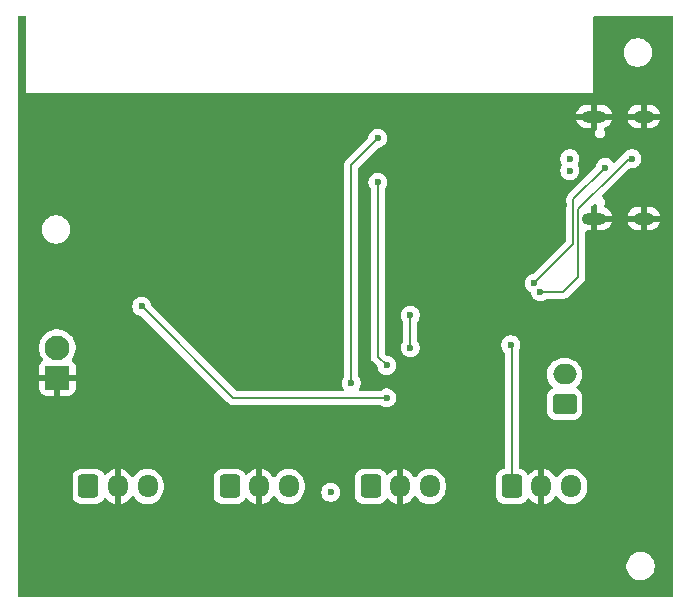
<source format=gbr>
%TF.GenerationSoftware,KiCad,Pcbnew,9.0.2*%
%TF.CreationDate,2025-06-22T20:13:16-07:00*%
%TF.ProjectId,Tesla Ambient Lighting,5465736c-6120-4416-9d62-69656e74204c,rev?*%
%TF.SameCoordinates,Original*%
%TF.FileFunction,Copper,L2,Bot*%
%TF.FilePolarity,Positive*%
%FSLAX46Y46*%
G04 Gerber Fmt 4.6, Leading zero omitted, Abs format (unit mm)*
G04 Created by KiCad (PCBNEW 9.0.2) date 2025-06-22 20:13:16*
%MOMM*%
%LPD*%
G01*
G04 APERTURE LIST*
G04 Aperture macros list*
%AMRoundRect*
0 Rectangle with rounded corners*
0 $1 Rounding radius*
0 $2 $3 $4 $5 $6 $7 $8 $9 X,Y pos of 4 corners*
0 Add a 4 corners polygon primitive as box body*
4,1,4,$2,$3,$4,$5,$6,$7,$8,$9,$2,$3,0*
0 Add four circle primitives for the rounded corners*
1,1,$1+$1,$2,$3*
1,1,$1+$1,$4,$5*
1,1,$1+$1,$6,$7*
1,1,$1+$1,$8,$9*
0 Add four rect primitives between the rounded corners*
20,1,$1+$1,$2,$3,$4,$5,0*
20,1,$1+$1,$4,$5,$6,$7,0*
20,1,$1+$1,$6,$7,$8,$9,0*
20,1,$1+$1,$8,$9,$2,$3,0*%
G04 Aperture macros list end*
%TA.AperFunction,ComponentPad*%
%ADD10RoundRect,0.250000X0.750000X-0.600000X0.750000X0.600000X-0.750000X0.600000X-0.750000X-0.600000X0*%
%TD*%
%TA.AperFunction,ComponentPad*%
%ADD11O,2.000000X1.700000*%
%TD*%
%TA.AperFunction,ComponentPad*%
%ADD12O,2.100000X1.000000*%
%TD*%
%TA.AperFunction,ComponentPad*%
%ADD13O,1.800000X1.000000*%
%TD*%
%TA.AperFunction,ComponentPad*%
%ADD14RoundRect,0.250000X-0.600000X-0.725000X0.600000X-0.725000X0.600000X0.725000X-0.600000X0.725000X0*%
%TD*%
%TA.AperFunction,ComponentPad*%
%ADD15O,1.700000X1.950000*%
%TD*%
%TA.AperFunction,ComponentPad*%
%ADD16RoundRect,0.250001X0.799999X-0.799999X0.799999X0.799999X-0.799999X0.799999X-0.799999X-0.799999X0*%
%TD*%
%TA.AperFunction,ComponentPad*%
%ADD17C,2.100000*%
%TD*%
%TA.AperFunction,HeatsinkPad*%
%ADD18C,0.600000*%
%TD*%
%TA.AperFunction,ViaPad*%
%ADD19C,0.600000*%
%TD*%
%TA.AperFunction,Conductor*%
%ADD20C,0.200000*%
%TD*%
G04 APERTURE END LIST*
D10*
%TO.P,J5,1,Pin_1*%
%TO.N,Net-(J5-Pin_1)*%
X165805000Y-111000000D03*
D11*
%TO.P,J5,2,Pin_2*%
%TO.N,Net-(J5-Pin_2)*%
X165805000Y-108500000D03*
%TD*%
D12*
%TO.P,J6,SH1,SHELL_GND*%
%TO.N,GNDREF*%
X168320000Y-95320000D03*
%TO.P,J6,SH2,SHELL_GND__1*%
X168320000Y-86680000D03*
D13*
%TO.P,J6,SH3,SHELL_GND__2*%
X172500000Y-95320000D03*
%TO.P,J6,SH4,SHELL_GND__3*%
X172500000Y-86680000D03*
%TD*%
D14*
%TO.P,J3,1,Pin_1*%
%TO.N,/V5*%
X149400000Y-118000000D03*
D15*
%TO.P,J3,2,Pin_2*%
%TO.N,GNDREF*%
X151900000Y-118000000D03*
%TO.P,J3,3,Pin_3*%
%TO.N,Net-(J3-Pin_3)*%
X154400000Y-118000000D03*
%TD*%
D14*
%TO.P,J2,1,Pin_1*%
%TO.N,/V5*%
X137450000Y-118000000D03*
D15*
%TO.P,J2,2,Pin_2*%
%TO.N,GNDREF*%
X139950000Y-118000000D03*
%TO.P,J2,3,Pin_3*%
%TO.N,Net-(J2-Pin_3)*%
X142450000Y-118000000D03*
%TD*%
D16*
%TO.P,J7,1,Pin_1*%
%TO.N,GNDREF*%
X122867500Y-108790000D03*
D17*
%TO.P,J7,2,Pin_2*%
%TO.N,/V5*%
X122867500Y-106250000D03*
%TD*%
D14*
%TO.P,J4,1,Pin_1*%
%TO.N,/V5*%
X161350000Y-118000000D03*
D15*
%TO.P,J4,2,Pin_2*%
%TO.N,GNDREF*%
X163850000Y-118000000D03*
%TO.P,J4,3,Pin_3*%
%TO.N,Net-(J4-Pin_3)*%
X166350000Y-118000000D03*
%TD*%
D14*
%TO.P,J1,1,Pin_1*%
%TO.N,/V5*%
X125500000Y-118000000D03*
D15*
%TO.P,J1,2,Pin_2*%
%TO.N,GNDREF*%
X128000000Y-118000000D03*
%TO.P,J1,3,Pin_3*%
%TO.N,Net-(J1-Pin_3)*%
X130500000Y-118000000D03*
%TD*%
D18*
%TO.P,U1,39,GND*%
%TO.N,GNDREF*%
X142050000Y-92310000D03*
X141350000Y-93010000D03*
X141350000Y-94410000D03*
X142050000Y-93710000D03*
X142050000Y-95110000D03*
X142750000Y-93010000D03*
X142750000Y-94410000D03*
X143450000Y-92310000D03*
X143450000Y-93710000D03*
X143450000Y-95110000D03*
X144150000Y-93010000D03*
X144150000Y-94410000D03*
%TD*%
D19*
%TO.N,*%
X166250000Y-91250000D03*
X146000000Y-118500000D03*
X166250000Y-90250000D03*
%TO.N,GNDREF*%
X168200000Y-104800000D03*
X165755000Y-94200000D03*
X172550000Y-104050000D03*
X159977500Y-90700000D03*
X165750000Y-87750000D03*
X130700000Y-94550000D03*
X126950000Y-102800000D03*
X155000000Y-99000000D03*
X138200000Y-105800000D03*
X126700000Y-94550000D03*
X140000000Y-105750000D03*
X138250000Y-107750000D03*
X159977500Y-87700000D03*
X150200000Y-109200000D03*
X163750000Y-98125000D03*
X154772500Y-86050000D03*
X160050000Y-107800000D03*
X126200000Y-88200000D03*
X133500000Y-86000000D03*
%TO.N,/DP*%
X163750000Y-101500000D03*
X171500000Y-90250000D03*
%TO.N,/DN*%
X169250000Y-91000000D03*
X163250000Y-100795000D03*
%TO.N,/CAN_TXD*%
X150750000Y-107750000D03*
X150000000Y-92250000D03*
%TO.N,/CAN_RXD*%
X150000000Y-88500000D03*
X147750000Y-109250000D03*
%TO.N,/V33*%
X150750000Y-110500000D03*
X130000000Y-102750000D03*
%TO.N,Net-(U1-IO0)*%
X152750000Y-106250000D03*
X152750000Y-103500000D03*
%TO.N,/V5*%
X161250000Y-106000000D03*
%TD*%
D20*
%TO.N,/DP*%
X166965882Y-94534118D02*
X166965882Y-100250000D01*
X171500000Y-90250000D02*
X171250000Y-90250000D01*
X171250000Y-90250000D02*
X170250000Y-91250000D01*
X165715882Y-101500000D02*
X166965882Y-100250000D01*
X163750000Y-101500000D02*
X165715882Y-101500000D01*
X170250000Y-91250000D02*
X166965882Y-94534118D01*
%TO.N,/DN*%
X166556000Y-93694000D02*
X169250000Y-91000000D01*
X166556000Y-97489000D02*
X166556000Y-93694000D01*
X163250000Y-100795000D02*
X166556000Y-97489000D01*
%TO.N,/CAN_TXD*%
X150000000Y-107000000D02*
X150750000Y-107750000D01*
X150000000Y-92250000D02*
X150000000Y-107000000D01*
%TO.N,/CAN_RXD*%
X147750000Y-90750000D02*
X150000000Y-88500000D01*
X147750000Y-109250000D02*
X147750000Y-90750000D01*
%TO.N,/V33*%
X137750000Y-110500000D02*
X150750000Y-110500000D01*
X130000000Y-102750000D02*
X137750000Y-110500000D01*
%TO.N,Net-(U1-IO0)*%
X152750000Y-106250000D02*
X152750000Y-103500000D01*
%TO.N,/V5*%
X161350000Y-106100000D02*
X161350000Y-118000000D01*
X161250000Y-106000000D02*
X161350000Y-106100000D01*
%TD*%
%TA.AperFunction,Conductor*%
%TO.N,GNDREF*%
G36*
X168393208Y-94058538D02*
G01*
X168449142Y-94100409D01*
X168457262Y-94112720D01*
X168479515Y-94151263D01*
X168479516Y-94151264D01*
X168479517Y-94151265D01*
X168533681Y-94205429D01*
X168567166Y-94266752D01*
X168570000Y-94293110D01*
X168570000Y-95020000D01*
X168070000Y-95020000D01*
X168070000Y-94330596D01*
X168078644Y-94301155D01*
X168085168Y-94271169D01*
X168088922Y-94266153D01*
X168089685Y-94263557D01*
X168106312Y-94242921D01*
X168262197Y-94087036D01*
X168323517Y-94053554D01*
X168393208Y-94058538D01*
G37*
%TD.AperFunction*%
%TA.AperFunction,Conductor*%
G36*
X120193039Y-78145185D02*
G01*
X120238794Y-78197989D01*
X120250000Y-78249500D01*
X120250000Y-84690000D01*
X168250000Y-84690000D01*
X168250000Y-81155513D01*
X170799500Y-81155513D01*
X170799500Y-81344486D01*
X170829059Y-81531118D01*
X170887454Y-81710836D01*
X170973240Y-81879199D01*
X171084310Y-82032073D01*
X171217927Y-82165690D01*
X171370801Y-82276760D01*
X171450347Y-82317290D01*
X171539163Y-82362545D01*
X171539165Y-82362545D01*
X171539168Y-82362547D01*
X171635497Y-82393846D01*
X171718881Y-82420940D01*
X171905514Y-82450500D01*
X171905519Y-82450500D01*
X172094486Y-82450500D01*
X172281118Y-82420940D01*
X172460832Y-82362547D01*
X172629199Y-82276760D01*
X172782073Y-82165690D01*
X172915690Y-82032073D01*
X173026760Y-81879199D01*
X173112547Y-81710832D01*
X173170940Y-81531118D01*
X173200500Y-81344486D01*
X173200500Y-81155513D01*
X173170940Y-80968881D01*
X173112545Y-80789163D01*
X173026759Y-80620800D01*
X172915690Y-80467927D01*
X172782073Y-80334310D01*
X172629199Y-80223240D01*
X172460836Y-80137454D01*
X172281118Y-80079059D01*
X172094486Y-80049500D01*
X172094481Y-80049500D01*
X171905519Y-80049500D01*
X171905514Y-80049500D01*
X171718881Y-80079059D01*
X171539163Y-80137454D01*
X171370800Y-80223240D01*
X171283579Y-80286610D01*
X171217927Y-80334310D01*
X171217925Y-80334312D01*
X171217924Y-80334312D01*
X171084312Y-80467924D01*
X171084312Y-80467925D01*
X171084310Y-80467927D01*
X171036610Y-80533579D01*
X170973240Y-80620800D01*
X170887454Y-80789163D01*
X170829059Y-80968881D01*
X170799500Y-81155513D01*
X168250000Y-81155513D01*
X168250000Y-78249500D01*
X168269685Y-78182461D01*
X168322489Y-78136706D01*
X168374000Y-78125500D01*
X174875500Y-78125500D01*
X174942539Y-78145185D01*
X174988294Y-78197989D01*
X174999500Y-78249500D01*
X174999500Y-127250500D01*
X174979815Y-127317539D01*
X174927011Y-127363294D01*
X174875500Y-127374500D01*
X119624500Y-127374500D01*
X119557461Y-127354815D01*
X119511706Y-127302011D01*
X119500500Y-127250500D01*
X119500500Y-124655513D01*
X171049500Y-124655513D01*
X171049500Y-124844486D01*
X171079059Y-125031118D01*
X171137454Y-125210836D01*
X171223240Y-125379199D01*
X171334310Y-125532073D01*
X171467927Y-125665690D01*
X171620801Y-125776760D01*
X171700347Y-125817290D01*
X171789163Y-125862545D01*
X171789165Y-125862545D01*
X171789168Y-125862547D01*
X171885497Y-125893846D01*
X171968881Y-125920940D01*
X172155514Y-125950500D01*
X172155519Y-125950500D01*
X172344486Y-125950500D01*
X172531118Y-125920940D01*
X172710832Y-125862547D01*
X172879199Y-125776760D01*
X173032073Y-125665690D01*
X173165690Y-125532073D01*
X173276760Y-125379199D01*
X173362547Y-125210832D01*
X173420940Y-125031118D01*
X173450500Y-124844486D01*
X173450500Y-124655513D01*
X173420940Y-124468881D01*
X173362545Y-124289163D01*
X173276759Y-124120800D01*
X173165690Y-123967927D01*
X173032073Y-123834310D01*
X172879199Y-123723240D01*
X172710836Y-123637454D01*
X172531118Y-123579059D01*
X172344486Y-123549500D01*
X172344481Y-123549500D01*
X172155519Y-123549500D01*
X172155514Y-123549500D01*
X171968881Y-123579059D01*
X171789163Y-123637454D01*
X171620800Y-123723240D01*
X171533579Y-123786610D01*
X171467927Y-123834310D01*
X171467925Y-123834312D01*
X171467924Y-123834312D01*
X171334312Y-123967924D01*
X171334312Y-123967925D01*
X171334310Y-123967927D01*
X171286610Y-124033579D01*
X171223240Y-124120800D01*
X171137454Y-124289163D01*
X171079059Y-124468881D01*
X171049500Y-124655513D01*
X119500500Y-124655513D01*
X119500500Y-117224983D01*
X124149500Y-117224983D01*
X124149500Y-118775001D01*
X124149501Y-118775018D01*
X124160000Y-118877796D01*
X124160001Y-118877799D01*
X124205749Y-119015856D01*
X124215186Y-119044334D01*
X124307288Y-119193656D01*
X124431344Y-119317712D01*
X124580666Y-119409814D01*
X124747203Y-119464999D01*
X124849991Y-119475500D01*
X126150008Y-119475499D01*
X126252797Y-119464999D01*
X126419334Y-119409814D01*
X126568656Y-119317712D01*
X126692712Y-119193656D01*
X126784814Y-119044334D01*
X126784814Y-119044331D01*
X126788448Y-119038441D01*
X126840395Y-118991716D01*
X126909358Y-118980493D01*
X126973440Y-119008336D01*
X126981668Y-119015856D01*
X127120535Y-119154723D01*
X127120540Y-119154727D01*
X127292442Y-119279620D01*
X127481782Y-119376095D01*
X127683871Y-119441757D01*
X127750000Y-119452231D01*
X127750000Y-118404145D01*
X127816657Y-118442630D01*
X127937465Y-118475000D01*
X128062535Y-118475000D01*
X128183343Y-118442630D01*
X128250000Y-118404145D01*
X128250000Y-119452230D01*
X128316126Y-119441757D01*
X128316129Y-119441757D01*
X128518217Y-119376095D01*
X128707557Y-119279620D01*
X128879459Y-119154727D01*
X128879464Y-119154723D01*
X129029721Y-119004466D01*
X129149371Y-118839781D01*
X129204701Y-118797115D01*
X129274314Y-118791136D01*
X129336110Y-118823741D01*
X129350008Y-118839781D01*
X129469890Y-119004785D01*
X129469894Y-119004790D01*
X129620213Y-119155109D01*
X129792179Y-119280048D01*
X129792181Y-119280049D01*
X129792184Y-119280051D01*
X129981588Y-119376557D01*
X130183757Y-119442246D01*
X130393713Y-119475500D01*
X130393714Y-119475500D01*
X130606286Y-119475500D01*
X130606287Y-119475500D01*
X130816243Y-119442246D01*
X131018412Y-119376557D01*
X131207816Y-119280051D01*
X131305068Y-119209394D01*
X131379786Y-119155109D01*
X131379788Y-119155106D01*
X131379792Y-119155104D01*
X131530104Y-119004792D01*
X131530106Y-119004788D01*
X131530109Y-119004786D01*
X131655048Y-118832820D01*
X131655047Y-118832820D01*
X131655051Y-118832816D01*
X131751557Y-118643412D01*
X131817246Y-118441243D01*
X131850500Y-118231287D01*
X131850500Y-117768713D01*
X131817246Y-117558757D01*
X131751557Y-117356588D01*
X131684501Y-117224983D01*
X136099500Y-117224983D01*
X136099500Y-118775001D01*
X136099501Y-118775018D01*
X136110000Y-118877796D01*
X136110001Y-118877799D01*
X136155749Y-119015856D01*
X136165186Y-119044334D01*
X136257288Y-119193656D01*
X136381344Y-119317712D01*
X136530666Y-119409814D01*
X136697203Y-119464999D01*
X136799991Y-119475500D01*
X138100008Y-119475499D01*
X138202797Y-119464999D01*
X138369334Y-119409814D01*
X138518656Y-119317712D01*
X138642712Y-119193656D01*
X138734814Y-119044334D01*
X138734814Y-119044331D01*
X138738448Y-119038441D01*
X138790395Y-118991716D01*
X138859358Y-118980493D01*
X138923440Y-119008336D01*
X138931668Y-119015856D01*
X139070535Y-119154723D01*
X139070540Y-119154727D01*
X139242442Y-119279620D01*
X139431782Y-119376095D01*
X139633871Y-119441757D01*
X139700000Y-119452231D01*
X139700000Y-118404145D01*
X139766657Y-118442630D01*
X139887465Y-118475000D01*
X140012535Y-118475000D01*
X140133343Y-118442630D01*
X140200000Y-118404145D01*
X140200000Y-119452230D01*
X140266126Y-119441757D01*
X140266129Y-119441757D01*
X140468217Y-119376095D01*
X140657557Y-119279620D01*
X140829459Y-119154727D01*
X140829464Y-119154723D01*
X140979721Y-119004466D01*
X141099371Y-118839781D01*
X141154701Y-118797115D01*
X141224314Y-118791136D01*
X141286110Y-118823741D01*
X141300008Y-118839781D01*
X141419890Y-119004785D01*
X141419894Y-119004790D01*
X141570213Y-119155109D01*
X141742179Y-119280048D01*
X141742181Y-119280049D01*
X141742184Y-119280051D01*
X141931588Y-119376557D01*
X142133757Y-119442246D01*
X142343713Y-119475500D01*
X142343714Y-119475500D01*
X142556286Y-119475500D01*
X142556287Y-119475500D01*
X142766243Y-119442246D01*
X142968412Y-119376557D01*
X143157816Y-119280051D01*
X143255068Y-119209394D01*
X143329786Y-119155109D01*
X143329788Y-119155106D01*
X143329792Y-119155104D01*
X143480104Y-119004792D01*
X143480106Y-119004788D01*
X143480109Y-119004786D01*
X143605048Y-118832820D01*
X143605047Y-118832820D01*
X143605051Y-118832816D01*
X143701557Y-118643412D01*
X143767246Y-118441243D01*
X143770428Y-118421153D01*
X145199500Y-118421153D01*
X145199500Y-118578846D01*
X145230261Y-118733489D01*
X145230264Y-118733501D01*
X145290602Y-118879172D01*
X145290609Y-118879185D01*
X145378210Y-119010288D01*
X145378213Y-119010292D01*
X145489707Y-119121786D01*
X145489711Y-119121789D01*
X145620814Y-119209390D01*
X145620827Y-119209397D01*
X145766498Y-119269735D01*
X145766503Y-119269737D01*
X145921153Y-119300499D01*
X145921156Y-119300500D01*
X145921158Y-119300500D01*
X146078844Y-119300500D01*
X146078845Y-119300499D01*
X146233497Y-119269737D01*
X146379179Y-119209394D01*
X146510289Y-119121789D01*
X146621789Y-119010289D01*
X146709394Y-118879179D01*
X146709967Y-118877797D01*
X146745862Y-118791136D01*
X146769737Y-118733497D01*
X146800500Y-118578842D01*
X146800500Y-118421158D01*
X146800500Y-118421155D01*
X146800499Y-118421153D01*
X146769738Y-118266510D01*
X146769737Y-118266503D01*
X146755150Y-118231286D01*
X146709397Y-118120827D01*
X146709390Y-118120814D01*
X146621789Y-117989711D01*
X146621786Y-117989707D01*
X146510292Y-117878213D01*
X146510288Y-117878210D01*
X146379185Y-117790609D01*
X146379172Y-117790602D01*
X146233501Y-117730264D01*
X146233489Y-117730261D01*
X146078845Y-117699500D01*
X146078842Y-117699500D01*
X145921158Y-117699500D01*
X145921155Y-117699500D01*
X145766510Y-117730261D01*
X145766498Y-117730264D01*
X145620827Y-117790602D01*
X145620814Y-117790609D01*
X145489711Y-117878210D01*
X145489707Y-117878213D01*
X145378213Y-117989707D01*
X145378210Y-117989711D01*
X145290609Y-118120814D01*
X145290602Y-118120827D01*
X145230264Y-118266498D01*
X145230261Y-118266510D01*
X145199500Y-118421153D01*
X143770428Y-118421153D01*
X143800500Y-118231287D01*
X143800500Y-117768713D01*
X143767246Y-117558757D01*
X143701557Y-117356588D01*
X143634501Y-117224983D01*
X148049500Y-117224983D01*
X148049500Y-118775001D01*
X148049501Y-118775018D01*
X148060000Y-118877796D01*
X148060001Y-118877799D01*
X148105749Y-119015856D01*
X148115186Y-119044334D01*
X148207288Y-119193656D01*
X148331344Y-119317712D01*
X148480666Y-119409814D01*
X148647203Y-119464999D01*
X148749991Y-119475500D01*
X150050008Y-119475499D01*
X150152797Y-119464999D01*
X150319334Y-119409814D01*
X150468656Y-119317712D01*
X150592712Y-119193656D01*
X150684814Y-119044334D01*
X150684814Y-119044331D01*
X150688448Y-119038441D01*
X150740395Y-118991716D01*
X150809358Y-118980493D01*
X150873440Y-119008336D01*
X150881668Y-119015856D01*
X151020535Y-119154723D01*
X151020540Y-119154727D01*
X151192442Y-119279620D01*
X151381782Y-119376095D01*
X151583871Y-119441757D01*
X151650000Y-119452231D01*
X151650000Y-118404145D01*
X151716657Y-118442630D01*
X151837465Y-118475000D01*
X151962535Y-118475000D01*
X152083343Y-118442630D01*
X152150000Y-118404145D01*
X152150000Y-119452230D01*
X152216126Y-119441757D01*
X152216129Y-119441757D01*
X152418217Y-119376095D01*
X152607557Y-119279620D01*
X152779459Y-119154727D01*
X152779464Y-119154723D01*
X152929721Y-119004466D01*
X153049371Y-118839781D01*
X153104701Y-118797115D01*
X153174314Y-118791136D01*
X153236110Y-118823741D01*
X153250008Y-118839781D01*
X153369890Y-119004785D01*
X153369894Y-119004790D01*
X153520213Y-119155109D01*
X153692179Y-119280048D01*
X153692181Y-119280049D01*
X153692184Y-119280051D01*
X153881588Y-119376557D01*
X154083757Y-119442246D01*
X154293713Y-119475500D01*
X154293714Y-119475500D01*
X154506286Y-119475500D01*
X154506287Y-119475500D01*
X154716243Y-119442246D01*
X154918412Y-119376557D01*
X155107816Y-119280051D01*
X155205068Y-119209394D01*
X155279786Y-119155109D01*
X155279788Y-119155106D01*
X155279792Y-119155104D01*
X155430104Y-119004792D01*
X155430106Y-119004788D01*
X155430109Y-119004786D01*
X155555048Y-118832820D01*
X155555047Y-118832820D01*
X155555051Y-118832816D01*
X155651557Y-118643412D01*
X155717246Y-118441243D01*
X155750500Y-118231287D01*
X155750500Y-117768713D01*
X155717246Y-117558757D01*
X155651557Y-117356588D01*
X155584501Y-117224983D01*
X159999500Y-117224983D01*
X159999500Y-118775001D01*
X159999501Y-118775018D01*
X160010000Y-118877796D01*
X160010001Y-118877799D01*
X160055749Y-119015856D01*
X160065186Y-119044334D01*
X160157288Y-119193656D01*
X160281344Y-119317712D01*
X160430666Y-119409814D01*
X160597203Y-119464999D01*
X160699991Y-119475500D01*
X162000008Y-119475499D01*
X162102797Y-119464999D01*
X162269334Y-119409814D01*
X162418656Y-119317712D01*
X162542712Y-119193656D01*
X162634814Y-119044334D01*
X162634814Y-119044331D01*
X162638448Y-119038441D01*
X162690395Y-118991716D01*
X162759358Y-118980493D01*
X162823440Y-119008336D01*
X162831668Y-119015856D01*
X162970535Y-119154723D01*
X162970540Y-119154727D01*
X163142442Y-119279620D01*
X163331782Y-119376095D01*
X163533871Y-119441757D01*
X163600000Y-119452231D01*
X163600000Y-118404145D01*
X163666657Y-118442630D01*
X163787465Y-118475000D01*
X163912535Y-118475000D01*
X164033343Y-118442630D01*
X164100000Y-118404145D01*
X164100000Y-119452230D01*
X164166126Y-119441757D01*
X164166129Y-119441757D01*
X164368217Y-119376095D01*
X164557557Y-119279620D01*
X164729459Y-119154727D01*
X164729464Y-119154723D01*
X164879721Y-119004466D01*
X164999371Y-118839781D01*
X165054701Y-118797115D01*
X165124314Y-118791136D01*
X165186110Y-118823741D01*
X165200008Y-118839781D01*
X165319890Y-119004785D01*
X165319894Y-119004790D01*
X165470213Y-119155109D01*
X165642179Y-119280048D01*
X165642181Y-119280049D01*
X165642184Y-119280051D01*
X165831588Y-119376557D01*
X166033757Y-119442246D01*
X166243713Y-119475500D01*
X166243714Y-119475500D01*
X166456286Y-119475500D01*
X166456287Y-119475500D01*
X166666243Y-119442246D01*
X166868412Y-119376557D01*
X167057816Y-119280051D01*
X167155068Y-119209394D01*
X167229786Y-119155109D01*
X167229788Y-119155106D01*
X167229792Y-119155104D01*
X167380104Y-119004792D01*
X167380106Y-119004788D01*
X167380109Y-119004786D01*
X167505048Y-118832820D01*
X167505047Y-118832820D01*
X167505051Y-118832816D01*
X167601557Y-118643412D01*
X167667246Y-118441243D01*
X167700500Y-118231287D01*
X167700500Y-117768713D01*
X167667246Y-117558757D01*
X167601557Y-117356588D01*
X167505051Y-117167184D01*
X167505049Y-117167181D01*
X167505048Y-117167179D01*
X167380109Y-116995213D01*
X167229786Y-116844890D01*
X167057820Y-116719951D01*
X166868414Y-116623444D01*
X166868413Y-116623443D01*
X166868412Y-116623443D01*
X166666243Y-116557754D01*
X166666241Y-116557753D01*
X166666240Y-116557753D01*
X166504957Y-116532208D01*
X166456287Y-116524500D01*
X166243713Y-116524500D01*
X166195042Y-116532208D01*
X166033760Y-116557753D01*
X165831585Y-116623444D01*
X165642179Y-116719951D01*
X165470213Y-116844890D01*
X165319894Y-116995209D01*
X165319890Y-116995214D01*
X165200008Y-117160218D01*
X165144678Y-117202884D01*
X165075065Y-117208863D01*
X165013270Y-117176257D01*
X164999372Y-117160218D01*
X164879727Y-116995540D01*
X164879723Y-116995535D01*
X164729464Y-116845276D01*
X164729459Y-116845272D01*
X164557557Y-116720379D01*
X164368215Y-116623903D01*
X164166124Y-116558241D01*
X164100000Y-116547768D01*
X164100000Y-117595854D01*
X164033343Y-117557370D01*
X163912535Y-117525000D01*
X163787465Y-117525000D01*
X163666657Y-117557370D01*
X163600000Y-117595854D01*
X163600000Y-116547768D01*
X163599999Y-116547768D01*
X163533875Y-116558241D01*
X163331784Y-116623903D01*
X163142442Y-116720379D01*
X162970541Y-116845271D01*
X162831668Y-116984144D01*
X162770345Y-117017628D01*
X162700653Y-117012644D01*
X162644720Y-116970772D01*
X162638448Y-116961558D01*
X162542712Y-116806344D01*
X162418657Y-116682289D01*
X162418656Y-116682288D01*
X162269334Y-116590186D01*
X162102797Y-116535001D01*
X162102795Y-116535000D01*
X162061896Y-116530822D01*
X161997205Y-116504425D01*
X161957054Y-116447244D01*
X161950500Y-116407464D01*
X161950500Y-108393713D01*
X164304500Y-108393713D01*
X164304500Y-108606286D01*
X164325539Y-108739125D01*
X164337754Y-108816243D01*
X164398205Y-109002292D01*
X164403444Y-109018414D01*
X164499951Y-109207820D01*
X164624890Y-109379786D01*
X164763705Y-109518601D01*
X164797190Y-109579924D01*
X164792206Y-109649616D01*
X164750334Y-109705549D01*
X164741121Y-109711821D01*
X164586342Y-109807289D01*
X164462289Y-109931342D01*
X164370187Y-110080663D01*
X164370186Y-110080666D01*
X164315001Y-110247203D01*
X164315001Y-110247204D01*
X164315000Y-110247204D01*
X164304500Y-110349983D01*
X164304500Y-111650001D01*
X164304501Y-111650018D01*
X164315000Y-111752796D01*
X164315001Y-111752799D01*
X164370185Y-111919331D01*
X164370186Y-111919334D01*
X164462288Y-112068656D01*
X164586344Y-112192712D01*
X164735666Y-112284814D01*
X164902203Y-112339999D01*
X165004991Y-112350500D01*
X166605008Y-112350499D01*
X166707797Y-112339999D01*
X166874334Y-112284814D01*
X167023656Y-112192712D01*
X167147712Y-112068656D01*
X167239814Y-111919334D01*
X167294999Y-111752797D01*
X167305500Y-111650009D01*
X167305499Y-110349992D01*
X167294999Y-110247203D01*
X167239814Y-110080666D01*
X167147712Y-109931344D01*
X167023656Y-109807288D01*
X166874334Y-109715186D01*
X166874333Y-109715185D01*
X166868878Y-109711821D01*
X166822154Y-109659873D01*
X166810931Y-109590910D01*
X166838775Y-109526828D01*
X166846272Y-109518623D01*
X166985104Y-109379792D01*
X167041247Y-109302518D01*
X167110048Y-109207820D01*
X167110047Y-109207820D01*
X167110051Y-109207816D01*
X167206557Y-109018412D01*
X167272246Y-108816243D01*
X167305500Y-108606287D01*
X167305500Y-108393713D01*
X167272246Y-108183757D01*
X167206557Y-107981588D01*
X167110051Y-107792184D01*
X167110049Y-107792181D01*
X167110048Y-107792179D01*
X166985109Y-107620213D01*
X166834786Y-107469890D01*
X166662820Y-107344951D01*
X166473414Y-107248444D01*
X166473413Y-107248443D01*
X166473412Y-107248443D01*
X166271243Y-107182754D01*
X166271241Y-107182753D01*
X166271240Y-107182753D01*
X166109957Y-107157208D01*
X166061287Y-107149500D01*
X165548713Y-107149500D01*
X165500042Y-107157208D01*
X165338760Y-107182753D01*
X165136585Y-107248444D01*
X164947179Y-107344951D01*
X164775213Y-107469890D01*
X164624890Y-107620213D01*
X164499951Y-107792179D01*
X164403444Y-107981585D01*
X164337753Y-108183760D01*
X164304500Y-108393713D01*
X161950500Y-108393713D01*
X161950500Y-106425316D01*
X161959939Y-106377864D01*
X162019735Y-106233501D01*
X162019737Y-106233497D01*
X162050500Y-106078842D01*
X162050500Y-105921158D01*
X162050500Y-105921155D01*
X162050499Y-105921153D01*
X162019738Y-105766510D01*
X162019737Y-105766503D01*
X162019735Y-105766498D01*
X161959397Y-105620827D01*
X161959390Y-105620814D01*
X161871789Y-105489711D01*
X161871786Y-105489707D01*
X161760292Y-105378213D01*
X161760288Y-105378210D01*
X161629185Y-105290609D01*
X161629172Y-105290602D01*
X161483501Y-105230264D01*
X161483489Y-105230261D01*
X161328845Y-105199500D01*
X161328842Y-105199500D01*
X161171158Y-105199500D01*
X161171155Y-105199500D01*
X161016510Y-105230261D01*
X161016498Y-105230264D01*
X160870827Y-105290602D01*
X160870814Y-105290609D01*
X160739711Y-105378210D01*
X160739707Y-105378213D01*
X160628213Y-105489707D01*
X160628210Y-105489711D01*
X160540609Y-105620814D01*
X160540602Y-105620827D01*
X160480264Y-105766498D01*
X160480261Y-105766510D01*
X160449500Y-105921153D01*
X160449500Y-106078846D01*
X160480261Y-106233489D01*
X160480264Y-106233501D01*
X160540602Y-106379172D01*
X160540609Y-106379185D01*
X160628209Y-106510287D01*
X160628210Y-106510288D01*
X160628211Y-106510289D01*
X160713182Y-106595260D01*
X160746666Y-106656581D01*
X160749500Y-106682940D01*
X160749500Y-116407465D01*
X160729815Y-116474504D01*
X160677011Y-116520259D01*
X160638102Y-116530823D01*
X160597202Y-116535001D01*
X160597200Y-116535001D01*
X160430668Y-116590185D01*
X160430663Y-116590187D01*
X160281342Y-116682289D01*
X160157289Y-116806342D01*
X160065187Y-116955663D01*
X160065185Y-116955668D01*
X160060180Y-116970772D01*
X160010001Y-117122203D01*
X160010001Y-117122204D01*
X160010000Y-117122204D01*
X159999500Y-117224983D01*
X155584501Y-117224983D01*
X155555051Y-117167184D01*
X155555049Y-117167181D01*
X155555048Y-117167179D01*
X155430109Y-116995213D01*
X155279786Y-116844890D01*
X155107820Y-116719951D01*
X154918414Y-116623444D01*
X154918413Y-116623443D01*
X154918412Y-116623443D01*
X154716243Y-116557754D01*
X154716241Y-116557753D01*
X154716240Y-116557753D01*
X154554957Y-116532208D01*
X154506287Y-116524500D01*
X154293713Y-116524500D01*
X154245042Y-116532208D01*
X154083760Y-116557753D01*
X153881585Y-116623444D01*
X153692179Y-116719951D01*
X153520213Y-116844890D01*
X153369894Y-116995209D01*
X153369890Y-116995214D01*
X153250008Y-117160218D01*
X153194678Y-117202884D01*
X153125065Y-117208863D01*
X153063270Y-117176257D01*
X153049372Y-117160218D01*
X152929727Y-116995540D01*
X152929723Y-116995535D01*
X152779464Y-116845276D01*
X152779459Y-116845272D01*
X152607557Y-116720379D01*
X152418215Y-116623903D01*
X152216124Y-116558241D01*
X152150000Y-116547768D01*
X152150000Y-117595854D01*
X152083343Y-117557370D01*
X151962535Y-117525000D01*
X151837465Y-117525000D01*
X151716657Y-117557370D01*
X151650000Y-117595854D01*
X151650000Y-116547768D01*
X151649999Y-116547768D01*
X151583875Y-116558241D01*
X151381784Y-116623903D01*
X151192442Y-116720379D01*
X151020541Y-116845271D01*
X150881668Y-116984144D01*
X150820345Y-117017628D01*
X150750653Y-117012644D01*
X150694720Y-116970772D01*
X150688448Y-116961558D01*
X150592712Y-116806344D01*
X150468657Y-116682289D01*
X150468656Y-116682288D01*
X150319334Y-116590186D01*
X150152797Y-116535001D01*
X150152795Y-116535000D01*
X150050010Y-116524500D01*
X148749998Y-116524500D01*
X148749981Y-116524501D01*
X148647203Y-116535000D01*
X148647200Y-116535001D01*
X148480668Y-116590185D01*
X148480663Y-116590187D01*
X148331342Y-116682289D01*
X148207289Y-116806342D01*
X148115187Y-116955663D01*
X148115185Y-116955668D01*
X148110180Y-116970772D01*
X148060001Y-117122203D01*
X148060001Y-117122204D01*
X148060000Y-117122204D01*
X148049500Y-117224983D01*
X143634501Y-117224983D01*
X143605051Y-117167184D01*
X143605049Y-117167181D01*
X143605048Y-117167179D01*
X143480109Y-116995213D01*
X143329786Y-116844890D01*
X143157820Y-116719951D01*
X142968414Y-116623444D01*
X142968413Y-116623443D01*
X142968412Y-116623443D01*
X142766243Y-116557754D01*
X142766241Y-116557753D01*
X142766240Y-116557753D01*
X142604957Y-116532208D01*
X142556287Y-116524500D01*
X142343713Y-116524500D01*
X142295042Y-116532208D01*
X142133760Y-116557753D01*
X141931585Y-116623444D01*
X141742179Y-116719951D01*
X141570213Y-116844890D01*
X141419894Y-116995209D01*
X141419890Y-116995214D01*
X141300008Y-117160218D01*
X141244678Y-117202884D01*
X141175065Y-117208863D01*
X141113270Y-117176257D01*
X141099372Y-117160218D01*
X140979727Y-116995540D01*
X140979723Y-116995535D01*
X140829464Y-116845276D01*
X140829459Y-116845272D01*
X140657557Y-116720379D01*
X140468215Y-116623903D01*
X140266124Y-116558241D01*
X140200000Y-116547768D01*
X140200000Y-117595854D01*
X140133343Y-117557370D01*
X140012535Y-117525000D01*
X139887465Y-117525000D01*
X139766657Y-117557370D01*
X139700000Y-117595854D01*
X139700000Y-116547768D01*
X139699999Y-116547768D01*
X139633875Y-116558241D01*
X139431784Y-116623903D01*
X139242442Y-116720379D01*
X139070541Y-116845271D01*
X138931668Y-116984144D01*
X138870345Y-117017628D01*
X138800653Y-117012644D01*
X138744720Y-116970772D01*
X138738448Y-116961558D01*
X138642712Y-116806344D01*
X138518657Y-116682289D01*
X138518656Y-116682288D01*
X138369334Y-116590186D01*
X138202797Y-116535001D01*
X138202795Y-116535000D01*
X138100010Y-116524500D01*
X136799998Y-116524500D01*
X136799981Y-116524501D01*
X136697203Y-116535000D01*
X136697200Y-116535001D01*
X136530668Y-116590185D01*
X136530663Y-116590187D01*
X136381342Y-116682289D01*
X136257289Y-116806342D01*
X136165187Y-116955663D01*
X136165185Y-116955668D01*
X136160180Y-116970772D01*
X136110001Y-117122203D01*
X136110001Y-117122204D01*
X136110000Y-117122204D01*
X136099500Y-117224983D01*
X131684501Y-117224983D01*
X131655051Y-117167184D01*
X131655049Y-117167181D01*
X131655048Y-117167179D01*
X131530109Y-116995213D01*
X131379786Y-116844890D01*
X131207820Y-116719951D01*
X131018414Y-116623444D01*
X131018413Y-116623443D01*
X131018412Y-116623443D01*
X130816243Y-116557754D01*
X130816241Y-116557753D01*
X130816240Y-116557753D01*
X130654957Y-116532208D01*
X130606287Y-116524500D01*
X130393713Y-116524500D01*
X130345042Y-116532208D01*
X130183760Y-116557753D01*
X129981585Y-116623444D01*
X129792179Y-116719951D01*
X129620213Y-116844890D01*
X129469894Y-116995209D01*
X129469890Y-116995214D01*
X129350008Y-117160218D01*
X129294678Y-117202884D01*
X129225065Y-117208863D01*
X129163270Y-117176257D01*
X129149372Y-117160218D01*
X129029727Y-116995540D01*
X129029723Y-116995535D01*
X128879464Y-116845276D01*
X128879459Y-116845272D01*
X128707557Y-116720379D01*
X128518215Y-116623903D01*
X128316124Y-116558241D01*
X128250000Y-116547768D01*
X128250000Y-117595854D01*
X128183343Y-117557370D01*
X128062535Y-117525000D01*
X127937465Y-117525000D01*
X127816657Y-117557370D01*
X127750000Y-117595854D01*
X127750000Y-116547768D01*
X127749999Y-116547768D01*
X127683875Y-116558241D01*
X127481784Y-116623903D01*
X127292442Y-116720379D01*
X127120541Y-116845271D01*
X126981668Y-116984144D01*
X126920345Y-117017628D01*
X126850653Y-117012644D01*
X126794720Y-116970772D01*
X126788448Y-116961558D01*
X126692712Y-116806344D01*
X126568657Y-116682289D01*
X126568656Y-116682288D01*
X126419334Y-116590186D01*
X126252797Y-116535001D01*
X126252795Y-116535000D01*
X126150010Y-116524500D01*
X124849998Y-116524500D01*
X124849981Y-116524501D01*
X124747203Y-116535000D01*
X124747200Y-116535001D01*
X124580668Y-116590185D01*
X124580663Y-116590187D01*
X124431342Y-116682289D01*
X124307289Y-116806342D01*
X124215187Y-116955663D01*
X124215185Y-116955668D01*
X124210180Y-116970772D01*
X124160001Y-117122203D01*
X124160001Y-117122204D01*
X124160000Y-117122204D01*
X124149500Y-117224983D01*
X119500500Y-117224983D01*
X119500500Y-106127973D01*
X121317000Y-106127973D01*
X121317000Y-106372026D01*
X121338898Y-106510287D01*
X121355179Y-106613076D01*
X121430596Y-106845185D01*
X121535208Y-107050499D01*
X121541396Y-107062642D01*
X121648745Y-107210397D01*
X121672225Y-107276203D01*
X121656399Y-107344257D01*
X121613527Y-107388819D01*
X121599156Y-107397683D01*
X121475184Y-107521655D01*
X121383143Y-107670876D01*
X121383141Y-107670881D01*
X121327994Y-107837303D01*
X121327993Y-107837310D01*
X121317500Y-107940014D01*
X121317500Y-108540000D01*
X122376752Y-108540000D01*
X122354982Y-108577708D01*
X122317500Y-108717591D01*
X122317500Y-108862409D01*
X122354982Y-109002292D01*
X122376752Y-109040000D01*
X121317500Y-109040000D01*
X121317500Y-109639985D01*
X121327993Y-109742689D01*
X121327994Y-109742696D01*
X121383141Y-109909118D01*
X121383143Y-109909123D01*
X121475184Y-110058344D01*
X121599155Y-110182315D01*
X121748376Y-110274356D01*
X121748381Y-110274358D01*
X121914803Y-110329505D01*
X121914810Y-110329506D01*
X122017514Y-110339999D01*
X122017527Y-110340000D01*
X122617500Y-110340000D01*
X122617500Y-109280747D01*
X122655208Y-109302518D01*
X122795091Y-109340000D01*
X122939909Y-109340000D01*
X123079792Y-109302518D01*
X123117500Y-109280747D01*
X123117500Y-110340000D01*
X123717473Y-110340000D01*
X123717485Y-110339999D01*
X123820189Y-110329506D01*
X123820196Y-110329505D01*
X123986618Y-110274358D01*
X123986623Y-110274356D01*
X124135844Y-110182315D01*
X124259815Y-110058344D01*
X124351856Y-109909123D01*
X124351858Y-109909118D01*
X124407005Y-109742696D01*
X124407006Y-109742689D01*
X124417499Y-109639985D01*
X124417500Y-109639972D01*
X124417500Y-109040000D01*
X123358248Y-109040000D01*
X123380018Y-109002292D01*
X123417500Y-108862409D01*
X123417500Y-108717591D01*
X123380018Y-108577708D01*
X123358248Y-108540000D01*
X124417500Y-108540000D01*
X124417500Y-107940027D01*
X124417499Y-107940014D01*
X124407006Y-107837310D01*
X124407005Y-107837303D01*
X124351858Y-107670881D01*
X124351856Y-107670876D01*
X124259815Y-107521655D01*
X124135843Y-107397683D01*
X124121476Y-107388822D01*
X124074750Y-107336874D01*
X124063527Y-107267912D01*
X124086251Y-107210400D01*
X124193606Y-107062639D01*
X124304404Y-106845185D01*
X124379821Y-106613076D01*
X124418000Y-106372027D01*
X124418000Y-106127973D01*
X124379821Y-105886924D01*
X124304404Y-105654815D01*
X124193606Y-105437361D01*
X124150631Y-105378211D01*
X124050160Y-105239923D01*
X124050156Y-105239918D01*
X123877581Y-105067343D01*
X123877576Y-105067339D01*
X123680142Y-104923896D01*
X123680141Y-104923895D01*
X123680139Y-104923894D01*
X123462685Y-104813096D01*
X123230576Y-104737679D01*
X123230574Y-104737678D01*
X123230572Y-104737678D01*
X123062269Y-104711021D01*
X122989527Y-104699500D01*
X122745473Y-104699500D01*
X122689593Y-104708350D01*
X122504427Y-104737678D01*
X122272312Y-104813097D01*
X122054857Y-104923896D01*
X121857423Y-105067339D01*
X121857418Y-105067343D01*
X121684843Y-105239918D01*
X121684839Y-105239923D01*
X121541396Y-105437357D01*
X121430597Y-105654812D01*
X121355178Y-105886927D01*
X121317000Y-106127973D01*
X119500500Y-106127973D01*
X119500500Y-102671153D01*
X129199500Y-102671153D01*
X129199500Y-102828846D01*
X129230261Y-102983489D01*
X129230264Y-102983501D01*
X129290602Y-103129172D01*
X129290609Y-103129185D01*
X129378210Y-103260288D01*
X129378213Y-103260292D01*
X129489707Y-103371786D01*
X129489711Y-103371789D01*
X129620814Y-103459390D01*
X129620827Y-103459397D01*
X129766498Y-103519735D01*
X129766503Y-103519737D01*
X129831147Y-103532595D01*
X129921849Y-103550638D01*
X129983760Y-103583023D01*
X129985339Y-103584574D01*
X137265139Y-110864374D01*
X137265149Y-110864385D01*
X137269479Y-110868715D01*
X137269480Y-110868716D01*
X137381284Y-110980520D01*
X137432845Y-111010288D01*
X137468095Y-111030639D01*
X137468097Y-111030641D01*
X137506151Y-111052611D01*
X137518215Y-111059577D01*
X137670943Y-111100500D01*
X137829057Y-111100500D01*
X150170234Y-111100500D01*
X150237273Y-111120185D01*
X150239125Y-111121398D01*
X150370814Y-111209390D01*
X150370827Y-111209397D01*
X150516498Y-111269735D01*
X150516503Y-111269737D01*
X150671153Y-111300499D01*
X150671156Y-111300500D01*
X150671158Y-111300500D01*
X150828844Y-111300500D01*
X150828845Y-111300499D01*
X150983497Y-111269737D01*
X151129179Y-111209394D01*
X151260289Y-111121789D01*
X151371789Y-111010289D01*
X151459394Y-110879179D01*
X151519737Y-110733497D01*
X151550500Y-110578842D01*
X151550500Y-110421158D01*
X151550500Y-110421155D01*
X151550499Y-110421153D01*
X151536342Y-110349981D01*
X151519737Y-110266503D01*
X151511743Y-110247203D01*
X151459397Y-110120827D01*
X151459390Y-110120814D01*
X151371789Y-109989711D01*
X151371786Y-109989707D01*
X151260292Y-109878213D01*
X151260288Y-109878210D01*
X151129185Y-109790609D01*
X151129172Y-109790602D01*
X150983501Y-109730264D01*
X150983489Y-109730261D01*
X150828845Y-109699500D01*
X150828842Y-109699500D01*
X150671158Y-109699500D01*
X150671155Y-109699500D01*
X150516510Y-109730261D01*
X150516498Y-109730264D01*
X150370827Y-109790602D01*
X150370814Y-109790609D01*
X150239125Y-109878602D01*
X150172447Y-109899480D01*
X150170234Y-109899500D01*
X148510759Y-109899500D01*
X148443720Y-109879815D01*
X148397965Y-109827011D01*
X148388021Y-109757853D01*
X148407657Y-109706609D01*
X148438885Y-109659873D01*
X148459394Y-109629179D01*
X148519737Y-109483497D01*
X148550500Y-109328842D01*
X148550500Y-109171158D01*
X148550500Y-109171155D01*
X148550499Y-109171153D01*
X148520117Y-109018414D01*
X148519737Y-109016503D01*
X148513851Y-109002292D01*
X148459397Y-108870827D01*
X148459390Y-108870814D01*
X148371398Y-108739125D01*
X148350520Y-108672447D01*
X148350500Y-108670234D01*
X148350500Y-92171153D01*
X149199500Y-92171153D01*
X149199500Y-92328846D01*
X149230261Y-92483489D01*
X149230264Y-92483501D01*
X149290602Y-92629172D01*
X149290609Y-92629185D01*
X149378602Y-92760874D01*
X149399480Y-92827551D01*
X149399500Y-92829765D01*
X149399500Y-106913330D01*
X149399499Y-106913348D01*
X149399499Y-107079054D01*
X149399498Y-107079054D01*
X149440423Y-107231785D01*
X149450041Y-107248443D01*
X149450042Y-107248446D01*
X149519475Y-107368709D01*
X149519481Y-107368717D01*
X149638349Y-107487585D01*
X149638355Y-107487590D01*
X149915425Y-107764660D01*
X149948910Y-107825983D01*
X149949361Y-107828149D01*
X149980261Y-107983491D01*
X149980264Y-107983501D01*
X150040602Y-108129172D01*
X150040609Y-108129185D01*
X150128210Y-108260288D01*
X150128213Y-108260292D01*
X150239707Y-108371786D01*
X150239711Y-108371789D01*
X150370814Y-108459390D01*
X150370827Y-108459397D01*
X150516498Y-108519735D01*
X150516503Y-108519737D01*
X150671153Y-108550499D01*
X150671156Y-108550500D01*
X150671158Y-108550500D01*
X150828844Y-108550500D01*
X150828845Y-108550499D01*
X150983497Y-108519737D01*
X151129179Y-108459394D01*
X151260289Y-108371789D01*
X151371789Y-108260289D01*
X151459394Y-108129179D01*
X151519737Y-107983497D01*
X151550500Y-107828842D01*
X151550500Y-107671158D01*
X151550500Y-107671155D01*
X151550499Y-107671153D01*
X151531593Y-107576106D01*
X151519737Y-107516503D01*
X151504833Y-107480521D01*
X151459397Y-107370827D01*
X151459390Y-107370814D01*
X151371789Y-107239711D01*
X151371786Y-107239707D01*
X151260292Y-107128213D01*
X151260288Y-107128210D01*
X151129185Y-107040609D01*
X151129172Y-107040602D01*
X150983501Y-106980264D01*
X150983491Y-106980261D01*
X150828149Y-106949361D01*
X150811392Y-106940595D01*
X150792914Y-106936576D01*
X150767877Y-106917833D01*
X150766238Y-106916976D01*
X150764660Y-106915425D01*
X150636819Y-106787584D01*
X150603334Y-106726261D01*
X150600500Y-106699903D01*
X150600500Y-103421153D01*
X151949500Y-103421153D01*
X151949500Y-103578846D01*
X151980261Y-103733489D01*
X151980264Y-103733501D01*
X152040602Y-103879172D01*
X152040609Y-103879185D01*
X152128602Y-104010874D01*
X152149480Y-104077551D01*
X152149500Y-104079765D01*
X152149500Y-105670234D01*
X152129815Y-105737273D01*
X152128602Y-105739125D01*
X152040609Y-105870814D01*
X152040602Y-105870827D01*
X151980264Y-106016498D01*
X151980261Y-106016510D01*
X151949500Y-106171153D01*
X151949500Y-106328846D01*
X151980261Y-106483489D01*
X151980264Y-106483501D01*
X152040602Y-106629172D01*
X152040609Y-106629185D01*
X152128210Y-106760288D01*
X152128213Y-106760292D01*
X152239707Y-106871786D01*
X152239711Y-106871789D01*
X152370814Y-106959390D01*
X152370827Y-106959397D01*
X152516498Y-107019735D01*
X152516503Y-107019737D01*
X152671153Y-107050499D01*
X152671156Y-107050500D01*
X152671158Y-107050500D01*
X152828844Y-107050500D01*
X152828845Y-107050499D01*
X152983497Y-107019737D01*
X153129179Y-106959394D01*
X153260289Y-106871789D01*
X153371789Y-106760289D01*
X153459394Y-106629179D01*
X153519737Y-106483497D01*
X153550500Y-106328842D01*
X153550500Y-106171158D01*
X153550500Y-106171155D01*
X153550499Y-106171153D01*
X153519738Y-106016510D01*
X153519737Y-106016503D01*
X153480242Y-105921153D01*
X153459397Y-105870827D01*
X153459390Y-105870814D01*
X153371398Y-105739125D01*
X153350520Y-105672447D01*
X153350500Y-105670234D01*
X153350500Y-104079765D01*
X153370185Y-104012726D01*
X153371398Y-104010874D01*
X153459390Y-103879185D01*
X153459390Y-103879184D01*
X153459394Y-103879179D01*
X153519737Y-103733497D01*
X153550500Y-103578842D01*
X153550500Y-103421158D01*
X153550500Y-103421155D01*
X153550499Y-103421153D01*
X153519738Y-103266510D01*
X153519737Y-103266503D01*
X153517163Y-103260288D01*
X153459397Y-103120827D01*
X153459390Y-103120814D01*
X153371789Y-102989711D01*
X153371786Y-102989707D01*
X153260292Y-102878213D01*
X153260288Y-102878210D01*
X153129185Y-102790609D01*
X153129172Y-102790602D01*
X152983501Y-102730264D01*
X152983489Y-102730261D01*
X152828845Y-102699500D01*
X152828842Y-102699500D01*
X152671158Y-102699500D01*
X152671155Y-102699500D01*
X152516510Y-102730261D01*
X152516498Y-102730264D01*
X152370827Y-102790602D01*
X152370814Y-102790609D01*
X152239711Y-102878210D01*
X152239707Y-102878213D01*
X152128213Y-102989707D01*
X152128210Y-102989711D01*
X152040609Y-103120814D01*
X152040602Y-103120827D01*
X151980264Y-103266498D01*
X151980261Y-103266510D01*
X151949500Y-103421153D01*
X150600500Y-103421153D01*
X150600500Y-100716153D01*
X162449500Y-100716153D01*
X162449500Y-100873846D01*
X162480261Y-101028489D01*
X162480264Y-101028501D01*
X162540602Y-101174172D01*
X162540609Y-101174185D01*
X162628210Y-101305288D01*
X162628213Y-101305292D01*
X162739710Y-101416789D01*
X162870815Y-101504390D01*
X162870821Y-101504394D01*
X162879193Y-101507861D01*
X162933594Y-101551701D01*
X162953356Y-101598230D01*
X162980261Y-101733491D01*
X162980264Y-101733501D01*
X163040602Y-101879172D01*
X163040609Y-101879185D01*
X163128210Y-102010288D01*
X163128213Y-102010292D01*
X163239707Y-102121786D01*
X163239711Y-102121789D01*
X163370814Y-102209390D01*
X163370827Y-102209397D01*
X163444013Y-102239711D01*
X163516503Y-102269737D01*
X163671153Y-102300499D01*
X163671156Y-102300500D01*
X163671158Y-102300500D01*
X163828844Y-102300500D01*
X163828845Y-102300499D01*
X163983497Y-102269737D01*
X164129179Y-102209394D01*
X164129185Y-102209390D01*
X164260875Y-102121398D01*
X164327553Y-102100520D01*
X164329766Y-102100500D01*
X165629213Y-102100500D01*
X165629229Y-102100501D01*
X165636825Y-102100501D01*
X165794936Y-102100501D01*
X165794939Y-102100501D01*
X165947667Y-102059577D01*
X165997786Y-102030639D01*
X166084598Y-101980520D01*
X166196402Y-101868716D01*
X166196402Y-101868714D01*
X166206610Y-101858507D01*
X166206612Y-101858504D01*
X167324388Y-100740728D01*
X167324393Y-100740724D01*
X167334596Y-100730520D01*
X167334598Y-100730520D01*
X167446402Y-100618716D01*
X167479437Y-100561498D01*
X167522517Y-100486881D01*
X167522520Y-100486874D01*
X167522521Y-100486873D01*
X167525459Y-100481785D01*
X167566383Y-100329057D01*
X167566383Y-100170943D01*
X167566383Y-100163348D01*
X167566382Y-100163330D01*
X167566382Y-96444000D01*
X167586067Y-96376961D01*
X167638871Y-96331206D01*
X167690382Y-96320000D01*
X168070000Y-96320000D01*
X168070000Y-95620000D01*
X168570000Y-95620000D01*
X168570000Y-96320000D01*
X168968492Y-96320000D01*
X168968495Y-96319999D01*
X169161681Y-96281572D01*
X169161693Y-96281569D01*
X169343671Y-96206192D01*
X169343684Y-96206185D01*
X169507462Y-96096751D01*
X169507466Y-96096748D01*
X169646748Y-95957466D01*
X169646751Y-95957462D01*
X169756185Y-95793684D01*
X169756192Y-95793671D01*
X169831569Y-95611692D01*
X169831569Y-95611690D01*
X169839862Y-95570000D01*
X169036988Y-95570000D01*
X169054205Y-95560060D01*
X169110060Y-95504205D01*
X169149556Y-95435796D01*
X169170000Y-95359496D01*
X169170000Y-95280504D01*
X169149556Y-95204204D01*
X169110060Y-95135795D01*
X169054205Y-95079940D01*
X169036988Y-95070000D01*
X169839862Y-95070000D01*
X171130138Y-95070000D01*
X171933012Y-95070000D01*
X171915795Y-95079940D01*
X171859940Y-95135795D01*
X171820444Y-95204204D01*
X171800000Y-95280504D01*
X171800000Y-95359496D01*
X171820444Y-95435796D01*
X171859940Y-95504205D01*
X171915795Y-95560060D01*
X171933012Y-95570000D01*
X171130138Y-95570000D01*
X171138430Y-95611690D01*
X171138430Y-95611692D01*
X171213807Y-95793671D01*
X171213814Y-95793684D01*
X171323248Y-95957462D01*
X171323251Y-95957466D01*
X171462533Y-96096748D01*
X171462537Y-96096751D01*
X171626315Y-96206185D01*
X171626328Y-96206192D01*
X171808306Y-96281569D01*
X171808318Y-96281572D01*
X172001504Y-96319999D01*
X172001508Y-96320000D01*
X172250000Y-96320000D01*
X172250000Y-95620000D01*
X172750000Y-95620000D01*
X172750000Y-96320000D01*
X172998492Y-96320000D01*
X172998495Y-96319999D01*
X173191681Y-96281572D01*
X173191693Y-96281569D01*
X173373671Y-96206192D01*
X173373684Y-96206185D01*
X173537462Y-96096751D01*
X173537466Y-96096748D01*
X173676748Y-95957466D01*
X173676751Y-95957462D01*
X173786185Y-95793684D01*
X173786192Y-95793671D01*
X173861569Y-95611692D01*
X173861569Y-95611690D01*
X173869862Y-95570000D01*
X173066988Y-95570000D01*
X173084205Y-95560060D01*
X173140060Y-95504205D01*
X173179556Y-95435796D01*
X173200000Y-95359496D01*
X173200000Y-95280504D01*
X173179556Y-95204204D01*
X173140060Y-95135795D01*
X173084205Y-95079940D01*
X173066988Y-95070000D01*
X173869862Y-95070000D01*
X173861569Y-95028309D01*
X173861569Y-95028307D01*
X173786192Y-94846328D01*
X173786185Y-94846315D01*
X173676751Y-94682537D01*
X173676748Y-94682533D01*
X173537466Y-94543251D01*
X173537462Y-94543248D01*
X173373684Y-94433814D01*
X173373671Y-94433807D01*
X173191693Y-94358430D01*
X173191681Y-94358427D01*
X172998495Y-94320000D01*
X172750000Y-94320000D01*
X172750000Y-95020000D01*
X172250000Y-95020000D01*
X172250000Y-94320000D01*
X172001504Y-94320000D01*
X171808318Y-94358427D01*
X171808306Y-94358430D01*
X171626328Y-94433807D01*
X171626315Y-94433814D01*
X171462537Y-94543248D01*
X171462533Y-94543251D01*
X171323251Y-94682533D01*
X171323248Y-94682537D01*
X171213814Y-94846315D01*
X171213807Y-94846328D01*
X171138430Y-95028307D01*
X171138430Y-95028309D01*
X171130138Y-95070000D01*
X169839862Y-95070000D01*
X169831569Y-95028309D01*
X169831569Y-95028307D01*
X169756192Y-94846328D01*
X169756185Y-94846315D01*
X169646751Y-94682537D01*
X169646748Y-94682533D01*
X169507466Y-94543251D01*
X169507462Y-94543248D01*
X169343684Y-94433814D01*
X169343675Y-94433809D01*
X169185801Y-94368416D01*
X169131398Y-94324575D01*
X169109333Y-94258281D01*
X169126612Y-94190582D01*
X169145571Y-94166176D01*
X169160485Y-94151263D01*
X169216503Y-94054237D01*
X169245500Y-93946018D01*
X169245500Y-93833982D01*
X169216503Y-93725763D01*
X169160485Y-93628737D01*
X169081263Y-93549515D01*
X169042720Y-93527262D01*
X168994504Y-93476695D01*
X168981282Y-93408088D01*
X169007250Y-93343223D01*
X169017030Y-93332203D01*
X170730519Y-91618716D01*
X170789078Y-91560157D01*
X170789091Y-91560142D01*
X171272180Y-91077053D01*
X171333501Y-91043570D01*
X171384051Y-91043119D01*
X171421156Y-91050500D01*
X171421158Y-91050500D01*
X171578844Y-91050500D01*
X171578845Y-91050499D01*
X171733497Y-91019737D01*
X171879179Y-90959394D01*
X172010289Y-90871789D01*
X172121789Y-90760289D01*
X172209394Y-90629179D01*
X172212854Y-90620827D01*
X172267164Y-90489708D01*
X172269737Y-90483497D01*
X172300500Y-90328842D01*
X172300500Y-90171158D01*
X172300500Y-90171155D01*
X172300499Y-90171153D01*
X172269738Y-90016510D01*
X172269737Y-90016503D01*
X172269735Y-90016498D01*
X172209397Y-89870827D01*
X172209390Y-89870814D01*
X172121789Y-89739711D01*
X172121786Y-89739707D01*
X172010292Y-89628213D01*
X172010288Y-89628210D01*
X171879185Y-89540609D01*
X171879172Y-89540602D01*
X171733501Y-89480264D01*
X171733489Y-89480261D01*
X171578845Y-89449500D01*
X171578842Y-89449500D01*
X171421158Y-89449500D01*
X171421155Y-89449500D01*
X171266510Y-89480261D01*
X171266498Y-89480264D01*
X171120827Y-89540602D01*
X171120814Y-89540609D01*
X170989711Y-89628210D01*
X170989707Y-89628213D01*
X170878217Y-89739704D01*
X170878214Y-89739706D01*
X170818860Y-89828534D01*
X170803440Y-89847322D01*
X170094491Y-90556272D01*
X170033168Y-90589757D01*
X169963477Y-90584773D01*
X169907543Y-90542902D01*
X169903723Y-90537504D01*
X169871789Y-90489711D01*
X169871787Y-90489708D01*
X169760292Y-90378213D01*
X169760288Y-90378210D01*
X169629185Y-90290609D01*
X169629172Y-90290602D01*
X169483501Y-90230264D01*
X169483489Y-90230261D01*
X169328845Y-90199500D01*
X169328842Y-90199500D01*
X169171158Y-90199500D01*
X169171155Y-90199500D01*
X169016510Y-90230261D01*
X169016498Y-90230264D01*
X168870827Y-90290602D01*
X168870814Y-90290609D01*
X168739711Y-90378210D01*
X168739707Y-90378213D01*
X168628213Y-90489707D01*
X168628210Y-90489711D01*
X168540609Y-90620814D01*
X168540602Y-90620827D01*
X168480264Y-90766498D01*
X168480261Y-90766508D01*
X168449361Y-90921850D01*
X168416976Y-90983761D01*
X168415425Y-90985339D01*
X166075481Y-93325282D01*
X166075479Y-93325285D01*
X166065123Y-93343223D01*
X166027674Y-93408088D01*
X166025361Y-93412094D01*
X166025359Y-93412096D01*
X165996425Y-93462209D01*
X165996424Y-93462210D01*
X165996423Y-93462215D01*
X165955499Y-93614943D01*
X165955499Y-93614945D01*
X165955499Y-93783046D01*
X165955500Y-93783059D01*
X165955500Y-97188903D01*
X165935815Y-97255942D01*
X165919181Y-97276584D01*
X163235339Y-99960425D01*
X163174016Y-99993910D01*
X163171850Y-99994361D01*
X163016508Y-100025261D01*
X163016498Y-100025264D01*
X162870827Y-100085602D01*
X162870814Y-100085609D01*
X162739711Y-100173210D01*
X162739707Y-100173213D01*
X162628213Y-100284707D01*
X162628210Y-100284711D01*
X162540609Y-100415814D01*
X162540602Y-100415827D01*
X162480264Y-100561498D01*
X162480261Y-100561510D01*
X162449500Y-100716153D01*
X150600500Y-100716153D01*
X150600500Y-92829765D01*
X150620185Y-92762726D01*
X150621398Y-92760874D01*
X150709390Y-92629185D01*
X150709390Y-92629184D01*
X150709394Y-92629179D01*
X150769737Y-92483497D01*
X150800500Y-92328842D01*
X150800500Y-92171158D01*
X150800500Y-92171155D01*
X150800499Y-92171153D01*
X150769738Y-92016510D01*
X150769737Y-92016503D01*
X150709794Y-91871786D01*
X150709397Y-91870827D01*
X150709390Y-91870814D01*
X150621789Y-91739711D01*
X150621786Y-91739707D01*
X150510292Y-91628213D01*
X150510288Y-91628210D01*
X150379185Y-91540609D01*
X150379172Y-91540602D01*
X150233501Y-91480264D01*
X150233489Y-91480261D01*
X150078845Y-91449500D01*
X150078842Y-91449500D01*
X149921158Y-91449500D01*
X149921155Y-91449500D01*
X149766510Y-91480261D01*
X149766498Y-91480264D01*
X149620827Y-91540602D01*
X149620814Y-91540609D01*
X149489711Y-91628210D01*
X149489707Y-91628213D01*
X149378213Y-91739707D01*
X149378210Y-91739711D01*
X149290609Y-91870814D01*
X149290602Y-91870827D01*
X149230264Y-92016498D01*
X149230261Y-92016510D01*
X149199500Y-92171153D01*
X148350500Y-92171153D01*
X148350500Y-91050097D01*
X148370185Y-90983058D01*
X148386819Y-90962416D01*
X149178082Y-90171153D01*
X165449500Y-90171153D01*
X165449500Y-90328846D01*
X165480261Y-90483489D01*
X165480264Y-90483501D01*
X165540602Y-90629172D01*
X165540609Y-90629185D01*
X165575304Y-90681109D01*
X165596182Y-90747786D01*
X165577698Y-90815167D01*
X165575304Y-90818891D01*
X165540609Y-90870814D01*
X165540602Y-90870827D01*
X165480264Y-91016498D01*
X165480261Y-91016510D01*
X165449500Y-91171153D01*
X165449500Y-91328846D01*
X165480261Y-91483489D01*
X165480264Y-91483501D01*
X165540602Y-91629172D01*
X165540609Y-91629185D01*
X165628210Y-91760288D01*
X165628213Y-91760292D01*
X165739707Y-91871786D01*
X165739711Y-91871789D01*
X165870814Y-91959390D01*
X165870827Y-91959397D01*
X166008683Y-92016498D01*
X166016503Y-92019737D01*
X166171153Y-92050499D01*
X166171156Y-92050500D01*
X166171158Y-92050500D01*
X166328844Y-92050500D01*
X166328845Y-92050499D01*
X166483497Y-92019737D01*
X166629179Y-91959394D01*
X166760289Y-91871789D01*
X166871789Y-91760289D01*
X166959394Y-91629179D01*
X167019737Y-91483497D01*
X167050500Y-91328842D01*
X167050500Y-91171158D01*
X167050500Y-91171155D01*
X167050499Y-91171153D01*
X167019737Y-91016503D01*
X166959794Y-90871786D01*
X166959396Y-90870825D01*
X166959394Y-90870822D01*
X166959394Y-90870821D01*
X166924694Y-90818889D01*
X166903816Y-90752215D01*
X166922300Y-90684835D01*
X166924676Y-90681136D01*
X166959394Y-90629179D01*
X167019737Y-90483497D01*
X167050500Y-90328842D01*
X167050500Y-90171158D01*
X167050500Y-90171155D01*
X167050499Y-90171153D01*
X167019738Y-90016510D01*
X167019737Y-90016503D01*
X167019735Y-90016498D01*
X166959397Y-89870827D01*
X166959390Y-89870814D01*
X166871789Y-89739711D01*
X166871786Y-89739707D01*
X166760292Y-89628213D01*
X166760288Y-89628210D01*
X166629185Y-89540609D01*
X166629172Y-89540602D01*
X166483501Y-89480264D01*
X166483489Y-89480261D01*
X166328845Y-89449500D01*
X166328842Y-89449500D01*
X166171158Y-89449500D01*
X166171155Y-89449500D01*
X166016510Y-89480261D01*
X166016498Y-89480264D01*
X165870827Y-89540602D01*
X165870814Y-89540609D01*
X165739711Y-89628210D01*
X165739707Y-89628213D01*
X165628213Y-89739707D01*
X165628210Y-89739711D01*
X165540609Y-89870814D01*
X165540602Y-89870827D01*
X165480264Y-90016498D01*
X165480261Y-90016510D01*
X165449500Y-90171153D01*
X149178082Y-90171153D01*
X150014664Y-89334571D01*
X150075985Y-89301088D01*
X150078152Y-89300637D01*
X150078841Y-89300500D01*
X150078842Y-89300500D01*
X150233497Y-89269737D01*
X150379179Y-89209394D01*
X150510289Y-89121789D01*
X150621789Y-89010289D01*
X150709394Y-88879179D01*
X150769737Y-88733497D01*
X150800500Y-88578842D01*
X150800500Y-88421158D01*
X150800500Y-88421155D01*
X150800499Y-88421153D01*
X150769737Y-88266503D01*
X150728115Y-88166017D01*
X150709397Y-88120827D01*
X150709391Y-88120816D01*
X150705337Y-88114749D01*
X150705336Y-88114747D01*
X150705335Y-88114746D01*
X150621789Y-87989711D01*
X150621786Y-87989707D01*
X150510292Y-87878213D01*
X150510288Y-87878210D01*
X150379185Y-87790609D01*
X150379172Y-87790602D01*
X150233501Y-87730264D01*
X150233489Y-87730261D01*
X150078845Y-87699500D01*
X150078842Y-87699500D01*
X149921158Y-87699500D01*
X149921155Y-87699500D01*
X149766510Y-87730261D01*
X149766498Y-87730264D01*
X149620827Y-87790602D01*
X149620814Y-87790609D01*
X149489711Y-87878210D01*
X149489707Y-87878213D01*
X149378213Y-87989707D01*
X149378210Y-87989711D01*
X149290609Y-88120814D01*
X149290602Y-88120827D01*
X149230264Y-88266498D01*
X149230261Y-88266508D01*
X149199362Y-88421848D01*
X149166977Y-88483759D01*
X149165426Y-88485337D01*
X147381286Y-90269478D01*
X147269481Y-90381282D01*
X147269479Y-90381284D01*
X147245480Y-90422853D01*
X147235336Y-90440424D01*
X147190423Y-90518215D01*
X147149499Y-90670943D01*
X147149499Y-90670945D01*
X147149499Y-90839046D01*
X147149500Y-90839059D01*
X147149500Y-108670234D01*
X147129815Y-108737273D01*
X147128602Y-108739125D01*
X147040609Y-108870814D01*
X147040602Y-108870827D01*
X146980264Y-109016498D01*
X146980261Y-109016510D01*
X146949500Y-109171153D01*
X146949500Y-109328846D01*
X146980261Y-109483489D01*
X146980264Y-109483501D01*
X147040602Y-109629172D01*
X147040609Y-109629184D01*
X147092343Y-109706609D01*
X147113221Y-109773286D01*
X147094737Y-109840666D01*
X147042758Y-109887357D01*
X146989241Y-109899500D01*
X138050097Y-109899500D01*
X137983058Y-109879815D01*
X137962416Y-109863181D01*
X130834574Y-102735339D01*
X130801089Y-102674016D01*
X130800638Y-102671849D01*
X130769738Y-102516510D01*
X130769737Y-102516503D01*
X130769735Y-102516498D01*
X130709397Y-102370827D01*
X130709390Y-102370814D01*
X130621789Y-102239711D01*
X130621786Y-102239707D01*
X130510292Y-102128213D01*
X130510288Y-102128210D01*
X130379185Y-102040609D01*
X130379172Y-102040602D01*
X130233501Y-101980264D01*
X130233489Y-101980261D01*
X130078845Y-101949500D01*
X130078842Y-101949500D01*
X129921158Y-101949500D01*
X129921155Y-101949500D01*
X129766510Y-101980261D01*
X129766498Y-101980264D01*
X129620827Y-102040602D01*
X129620814Y-102040609D01*
X129489711Y-102128210D01*
X129489707Y-102128213D01*
X129378213Y-102239707D01*
X129378210Y-102239711D01*
X129290609Y-102370814D01*
X129290602Y-102370827D01*
X129230264Y-102516498D01*
X129230261Y-102516510D01*
X129199500Y-102671153D01*
X119500500Y-102671153D01*
X119500500Y-96155513D01*
X121549500Y-96155513D01*
X121549500Y-96344486D01*
X121579059Y-96531118D01*
X121637454Y-96710836D01*
X121723240Y-96879199D01*
X121834310Y-97032073D01*
X121967927Y-97165690D01*
X122120801Y-97276760D01*
X122200347Y-97317290D01*
X122289163Y-97362545D01*
X122289165Y-97362545D01*
X122289168Y-97362547D01*
X122385497Y-97393846D01*
X122468881Y-97420940D01*
X122655514Y-97450500D01*
X122655519Y-97450500D01*
X122844486Y-97450500D01*
X123031118Y-97420940D01*
X123210832Y-97362547D01*
X123379199Y-97276760D01*
X123532073Y-97165690D01*
X123665690Y-97032073D01*
X123776760Y-96879199D01*
X123862547Y-96710832D01*
X123920940Y-96531118D01*
X123945356Y-96376961D01*
X123950500Y-96344486D01*
X123950500Y-96155513D01*
X123920940Y-95968881D01*
X123862545Y-95789163D01*
X123776759Y-95620800D01*
X123770140Y-95611690D01*
X123665690Y-95467927D01*
X123532073Y-95334310D01*
X123379199Y-95223240D01*
X123341839Y-95204204D01*
X123210836Y-95137454D01*
X123031118Y-95079059D01*
X122844486Y-95049500D01*
X122844481Y-95049500D01*
X122655519Y-95049500D01*
X122655514Y-95049500D01*
X122468881Y-95079059D01*
X122289163Y-95137454D01*
X122120800Y-95223240D01*
X122041984Y-95280504D01*
X121967927Y-95334310D01*
X121967925Y-95334312D01*
X121967924Y-95334312D01*
X121834312Y-95467924D01*
X121834312Y-95467925D01*
X121834310Y-95467927D01*
X121786610Y-95533579D01*
X121723240Y-95620800D01*
X121637454Y-95789163D01*
X121579059Y-95968881D01*
X121549500Y-96155513D01*
X119500500Y-96155513D01*
X119500500Y-86430000D01*
X166800138Y-86430000D01*
X167603012Y-86430000D01*
X167585795Y-86439940D01*
X167529940Y-86495795D01*
X167490444Y-86564204D01*
X167470000Y-86640504D01*
X167470000Y-86719496D01*
X167490444Y-86795796D01*
X167529940Y-86864205D01*
X167585795Y-86920060D01*
X167603012Y-86930000D01*
X166800138Y-86930000D01*
X166808430Y-86971690D01*
X166808430Y-86971692D01*
X166883807Y-87153671D01*
X166883814Y-87153684D01*
X166993248Y-87317462D01*
X166993251Y-87317466D01*
X167132533Y-87456748D01*
X167132537Y-87456751D01*
X167296315Y-87566185D01*
X167296328Y-87566192D01*
X167478306Y-87641569D01*
X167478318Y-87641572D01*
X167671504Y-87679999D01*
X167671508Y-87680000D01*
X168070000Y-87680000D01*
X168070000Y-86980000D01*
X168570000Y-86980000D01*
X168570000Y-87706890D01*
X168550315Y-87773929D01*
X168533681Y-87794571D01*
X168479517Y-87848734D01*
X168479513Y-87848740D01*
X168423498Y-87945760D01*
X168423497Y-87945763D01*
X168394500Y-88053982D01*
X168394500Y-88166018D01*
X168423497Y-88274237D01*
X168479515Y-88371263D01*
X168558737Y-88450485D01*
X168655763Y-88506503D01*
X168763982Y-88535500D01*
X168763984Y-88535500D01*
X168876016Y-88535500D01*
X168876018Y-88535500D01*
X168984237Y-88506503D01*
X169081263Y-88450485D01*
X169160485Y-88371263D01*
X169216503Y-88274237D01*
X169245500Y-88166018D01*
X169245500Y-88053982D01*
X169216503Y-87945763D01*
X169160485Y-87848737D01*
X169145573Y-87833825D01*
X169112088Y-87772502D01*
X169117072Y-87702810D01*
X169158944Y-87646877D01*
X169185802Y-87631583D01*
X169343671Y-87566192D01*
X169343684Y-87566185D01*
X169507462Y-87456751D01*
X169507466Y-87456748D01*
X169646748Y-87317466D01*
X169646751Y-87317462D01*
X169756185Y-87153684D01*
X169756192Y-87153671D01*
X169831569Y-86971692D01*
X169831569Y-86971690D01*
X169839862Y-86930000D01*
X169036988Y-86930000D01*
X169054205Y-86920060D01*
X169110060Y-86864205D01*
X169149556Y-86795796D01*
X169170000Y-86719496D01*
X169170000Y-86640504D01*
X169149556Y-86564204D01*
X169110060Y-86495795D01*
X169054205Y-86439940D01*
X169036988Y-86430000D01*
X169839862Y-86430000D01*
X171130138Y-86430000D01*
X171933012Y-86430000D01*
X171915795Y-86439940D01*
X171859940Y-86495795D01*
X171820444Y-86564204D01*
X171800000Y-86640504D01*
X171800000Y-86719496D01*
X171820444Y-86795796D01*
X171859940Y-86864205D01*
X171915795Y-86920060D01*
X171933012Y-86930000D01*
X171130138Y-86930000D01*
X171138430Y-86971690D01*
X171138430Y-86971692D01*
X171213807Y-87153671D01*
X171213814Y-87153684D01*
X171323248Y-87317462D01*
X171323251Y-87317466D01*
X171462533Y-87456748D01*
X171462537Y-87456751D01*
X171626315Y-87566185D01*
X171626328Y-87566192D01*
X171808306Y-87641569D01*
X171808318Y-87641572D01*
X172001504Y-87679999D01*
X172001508Y-87680000D01*
X172250000Y-87680000D01*
X172250000Y-86980000D01*
X172750000Y-86980000D01*
X172750000Y-87680000D01*
X172998492Y-87680000D01*
X172998495Y-87679999D01*
X173191681Y-87641572D01*
X173191693Y-87641569D01*
X173373671Y-87566192D01*
X173373684Y-87566185D01*
X173537462Y-87456751D01*
X173537466Y-87456748D01*
X173676748Y-87317466D01*
X173676751Y-87317462D01*
X173786185Y-87153684D01*
X173786192Y-87153671D01*
X173861569Y-86971692D01*
X173861569Y-86971690D01*
X173869862Y-86930000D01*
X173066988Y-86930000D01*
X173084205Y-86920060D01*
X173140060Y-86864205D01*
X173179556Y-86795796D01*
X173200000Y-86719496D01*
X173200000Y-86640504D01*
X173179556Y-86564204D01*
X173140060Y-86495795D01*
X173084205Y-86439940D01*
X173066988Y-86430000D01*
X173869862Y-86430000D01*
X173861569Y-86388309D01*
X173861569Y-86388307D01*
X173786192Y-86206328D01*
X173786185Y-86206315D01*
X173676751Y-86042537D01*
X173676748Y-86042533D01*
X173537466Y-85903251D01*
X173537462Y-85903248D01*
X173373684Y-85793814D01*
X173373671Y-85793807D01*
X173191693Y-85718430D01*
X173191681Y-85718427D01*
X172998495Y-85680000D01*
X172750000Y-85680000D01*
X172750000Y-86380000D01*
X172250000Y-86380000D01*
X172250000Y-85680000D01*
X172001504Y-85680000D01*
X171808318Y-85718427D01*
X171808306Y-85718430D01*
X171626328Y-85793807D01*
X171626315Y-85793814D01*
X171462537Y-85903248D01*
X171462533Y-85903251D01*
X171323251Y-86042533D01*
X171323248Y-86042537D01*
X171213814Y-86206315D01*
X171213807Y-86206328D01*
X171138430Y-86388307D01*
X171138430Y-86388309D01*
X171130138Y-86430000D01*
X169839862Y-86430000D01*
X169831569Y-86388309D01*
X169831569Y-86388307D01*
X169756192Y-86206328D01*
X169756185Y-86206315D01*
X169646751Y-86042537D01*
X169646748Y-86042533D01*
X169507466Y-85903251D01*
X169507462Y-85903248D01*
X169343684Y-85793814D01*
X169343671Y-85793807D01*
X169161693Y-85718430D01*
X169161681Y-85718427D01*
X168968495Y-85680000D01*
X168570000Y-85680000D01*
X168570000Y-86380000D01*
X168070000Y-86380000D01*
X168070000Y-85680000D01*
X167671504Y-85680000D01*
X167478318Y-85718427D01*
X167478306Y-85718430D01*
X167296328Y-85793807D01*
X167296315Y-85793814D01*
X167132537Y-85903248D01*
X167132533Y-85903251D01*
X166993251Y-86042533D01*
X166993248Y-86042537D01*
X166883814Y-86206315D01*
X166883807Y-86206328D01*
X166808430Y-86388307D01*
X166808430Y-86388309D01*
X166800138Y-86430000D01*
X119500500Y-86430000D01*
X119500500Y-78249500D01*
X119520185Y-78182461D01*
X119572989Y-78136706D01*
X119624500Y-78125500D01*
X120126000Y-78125500D01*
X120193039Y-78145185D01*
G37*
%TD.AperFunction*%
%TD*%
M02*

</source>
